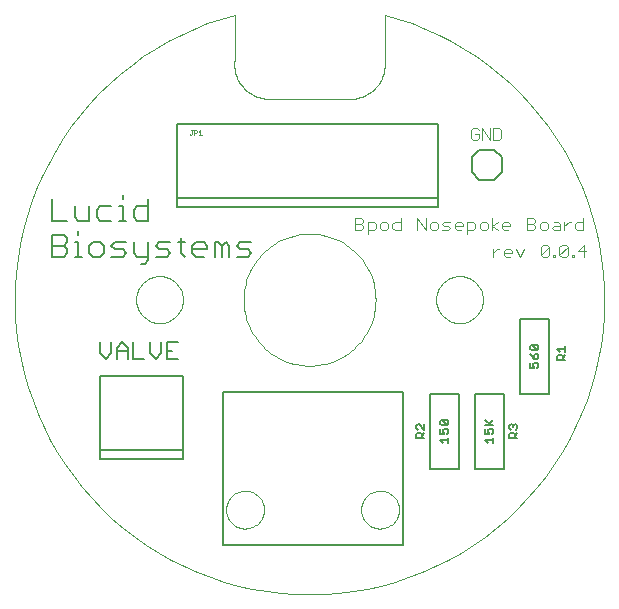
<source format=gto>
G75*
G70*
%OFA0B0*%
%FSLAX24Y24*%
%IPPOS*%
%LPD*%
%AMOC8*
5,1,8,0,0,1.08239X$1,22.5*
%
%ADD10C,0.0010*%
%ADD11C,0.0040*%
%ADD12C,0.0060*%
%ADD13C,0.0000*%
%ADD14C,0.0080*%
%ADD15C,0.0050*%
%ADD16C,0.0030*%
D10*
X004154Y011402D02*
X004156Y011458D01*
X004162Y011513D01*
X004172Y011568D01*
X004186Y011622D01*
X004203Y011675D01*
X004224Y011726D01*
X004249Y011776D01*
X004278Y011824D01*
X004310Y011869D01*
X004345Y011913D01*
X004382Y011954D01*
X004423Y011991D01*
X004467Y012026D01*
X004512Y012058D01*
X004560Y012087D01*
X004610Y012112D01*
X004661Y012133D01*
X004714Y012150D01*
X004768Y012164D01*
X004823Y012174D01*
X004878Y012180D01*
X004934Y012182D01*
X004990Y012180D01*
X005045Y012174D01*
X005100Y012164D01*
X005154Y012150D01*
X005207Y012133D01*
X005258Y012112D01*
X005308Y012087D01*
X005356Y012058D01*
X005401Y012026D01*
X005445Y011991D01*
X005486Y011954D01*
X005523Y011913D01*
X005558Y011869D01*
X005590Y011824D01*
X005619Y011776D01*
X005644Y011726D01*
X005665Y011675D01*
X005682Y011622D01*
X005696Y011568D01*
X005706Y011513D01*
X005712Y011458D01*
X005714Y011402D01*
X005712Y011346D01*
X005706Y011291D01*
X005696Y011236D01*
X005682Y011182D01*
X005665Y011129D01*
X005644Y011078D01*
X005619Y011028D01*
X005590Y010980D01*
X005558Y010935D01*
X005523Y010891D01*
X005486Y010850D01*
X005445Y010813D01*
X005401Y010778D01*
X005356Y010746D01*
X005308Y010717D01*
X005258Y010692D01*
X005207Y010671D01*
X005154Y010654D01*
X005100Y010640D01*
X005045Y010630D01*
X004990Y010624D01*
X004934Y010622D01*
X004878Y010624D01*
X004823Y010630D01*
X004768Y010640D01*
X004714Y010654D01*
X004661Y010671D01*
X004610Y010692D01*
X004560Y010717D01*
X004512Y010746D01*
X004467Y010778D01*
X004423Y010813D01*
X004382Y010850D01*
X004345Y010891D01*
X004310Y010935D01*
X004278Y010980D01*
X004249Y011028D01*
X004224Y011078D01*
X004203Y011129D01*
X004186Y011182D01*
X004172Y011236D01*
X004162Y011291D01*
X004156Y011346D01*
X004154Y011402D01*
X005964Y016907D02*
X005939Y016932D01*
X005964Y016907D02*
X005989Y016907D01*
X006014Y016932D01*
X006014Y017057D01*
X005989Y017057D02*
X006039Y017057D01*
X006087Y017057D02*
X006162Y017057D01*
X006187Y017032D01*
X006187Y016982D01*
X006162Y016957D01*
X006087Y016957D01*
X006087Y016907D02*
X006087Y017057D01*
X006234Y017007D02*
X006284Y017057D01*
X006284Y016907D01*
X006234Y016907D02*
X006334Y016907D01*
X008434Y018102D02*
X011434Y018102D01*
X011498Y018112D01*
X011562Y018126D01*
X011625Y018143D01*
X011686Y018164D01*
X011747Y018188D01*
X011806Y018216D01*
X011863Y018247D01*
X011918Y018281D01*
X011972Y018318D01*
X012023Y018358D01*
X012072Y018401D01*
X012118Y018446D01*
X012162Y018494D01*
X012203Y018545D01*
X012242Y018597D01*
X012277Y018652D01*
X012309Y018709D01*
X012338Y018767D01*
X012363Y018827D01*
X012385Y018888D01*
X012404Y018950D01*
X012419Y019014D01*
X012431Y019078D01*
X012439Y019142D01*
X012443Y019207D01*
X012444Y019272D01*
X012441Y019337D01*
X012434Y019402D01*
X012434Y020902D01*
X008434Y018102D02*
X008370Y018112D01*
X008306Y018126D01*
X008243Y018143D01*
X008182Y018164D01*
X008121Y018188D01*
X008062Y018216D01*
X008005Y018247D01*
X007950Y018281D01*
X007896Y018318D01*
X007845Y018358D01*
X007796Y018401D01*
X007750Y018446D01*
X007706Y018494D01*
X007665Y018545D01*
X007626Y018597D01*
X007591Y018652D01*
X007559Y018709D01*
X007530Y018767D01*
X007505Y018827D01*
X007483Y018888D01*
X007464Y018950D01*
X007449Y019014D01*
X007437Y019078D01*
X007429Y019142D01*
X007425Y019207D01*
X007424Y019272D01*
X007427Y019337D01*
X007434Y019402D01*
X007434Y020902D01*
X007734Y011402D02*
X007737Y011510D01*
X007745Y011618D01*
X007758Y011725D01*
X007776Y011831D01*
X007800Y011937D01*
X007829Y012041D01*
X007863Y012143D01*
X007901Y012244D01*
X007945Y012343D01*
X007994Y012439D01*
X008047Y012533D01*
X008105Y012624D01*
X008167Y012713D01*
X008233Y012798D01*
X008304Y012879D01*
X008378Y012958D01*
X008457Y013032D01*
X008538Y013103D01*
X008623Y013169D01*
X008712Y013231D01*
X008803Y013289D01*
X008897Y013342D01*
X008993Y013391D01*
X009092Y013435D01*
X009193Y013473D01*
X009295Y013507D01*
X009399Y013536D01*
X009505Y013560D01*
X009611Y013578D01*
X009718Y013591D01*
X009826Y013599D01*
X009934Y013602D01*
X010042Y013599D01*
X010150Y013591D01*
X010257Y013578D01*
X010363Y013560D01*
X010469Y013536D01*
X010573Y013507D01*
X010675Y013473D01*
X010776Y013435D01*
X010875Y013391D01*
X010971Y013342D01*
X011065Y013289D01*
X011156Y013231D01*
X011245Y013169D01*
X011330Y013103D01*
X011411Y013032D01*
X011490Y012958D01*
X011564Y012879D01*
X011635Y012798D01*
X011701Y012713D01*
X011763Y012624D01*
X011821Y012533D01*
X011874Y012439D01*
X011923Y012343D01*
X011967Y012244D01*
X012005Y012143D01*
X012039Y012041D01*
X012068Y011937D01*
X012092Y011831D01*
X012110Y011725D01*
X012123Y011618D01*
X012131Y011510D01*
X012134Y011402D01*
X012131Y011294D01*
X012123Y011186D01*
X012110Y011079D01*
X012092Y010973D01*
X012068Y010867D01*
X012039Y010763D01*
X012005Y010661D01*
X011967Y010560D01*
X011923Y010461D01*
X011874Y010365D01*
X011821Y010271D01*
X011763Y010180D01*
X011701Y010091D01*
X011635Y010006D01*
X011564Y009925D01*
X011490Y009846D01*
X011411Y009772D01*
X011330Y009701D01*
X011245Y009635D01*
X011156Y009573D01*
X011065Y009515D01*
X010971Y009462D01*
X010875Y009413D01*
X010776Y009369D01*
X010675Y009331D01*
X010573Y009297D01*
X010469Y009268D01*
X010363Y009244D01*
X010257Y009226D01*
X010150Y009213D01*
X010042Y009205D01*
X009934Y009202D01*
X009826Y009205D01*
X009718Y009213D01*
X009611Y009226D01*
X009505Y009244D01*
X009399Y009268D01*
X009295Y009297D01*
X009193Y009331D01*
X009092Y009369D01*
X008993Y009413D01*
X008897Y009462D01*
X008803Y009515D01*
X008712Y009573D01*
X008623Y009635D01*
X008538Y009701D01*
X008457Y009772D01*
X008378Y009846D01*
X008304Y009925D01*
X008233Y010006D01*
X008167Y010091D01*
X008105Y010180D01*
X008047Y010271D01*
X007994Y010365D01*
X007945Y010461D01*
X007901Y010560D01*
X007863Y010661D01*
X007829Y010763D01*
X007800Y010867D01*
X007776Y010973D01*
X007758Y011079D01*
X007745Y011186D01*
X007737Y011294D01*
X007734Y011402D01*
X007434Y020902D02*
X006973Y020768D01*
X006519Y020612D01*
X006073Y020434D01*
X005636Y020235D01*
X005210Y020014D01*
X004794Y019773D01*
X004391Y019512D01*
X004002Y019231D01*
X003626Y018932D01*
X003266Y018615D01*
X002921Y018280D01*
X002594Y017930D01*
X002283Y017563D01*
X001991Y017182D01*
X001718Y016787D01*
X001465Y016379D01*
X001232Y015959D01*
X001020Y015528D01*
X000829Y015088D01*
X000659Y014639D01*
X000512Y014181D01*
X000388Y013718D01*
X000286Y013248D01*
X000207Y012775D01*
X000152Y012298D01*
X000120Y011819D01*
X000111Y011339D01*
X000126Y010859D01*
X000164Y010380D01*
X000226Y009904D01*
X000311Y009431D01*
X000419Y008963D01*
X000549Y008501D01*
X000702Y008046D01*
X000877Y007599D01*
X001074Y007161D01*
X001291Y006733D01*
X001530Y006316D01*
X001789Y005912D01*
X002067Y005520D01*
X002363Y005143D01*
X002678Y004780D01*
X003011Y004434D01*
X003359Y004104D01*
X003724Y003791D01*
X004103Y003497D01*
X004496Y003221D01*
X004903Y002965D01*
X005321Y002730D01*
X005750Y002515D01*
X006190Y002321D01*
X006638Y002149D01*
X007094Y001999D01*
X007557Y001871D01*
X008025Y001766D01*
X008499Y001684D01*
X008975Y001626D01*
X009454Y001591D01*
X009934Y001579D01*
X010414Y001591D01*
X010893Y001626D01*
X011369Y001684D01*
X011843Y001766D01*
X012311Y001871D01*
X012774Y001999D01*
X013230Y002149D01*
X013678Y002321D01*
X014118Y002515D01*
X014547Y002730D01*
X014965Y002965D01*
X015372Y003221D01*
X015765Y003497D01*
X016144Y003791D01*
X016509Y004104D01*
X016857Y004434D01*
X017190Y004780D01*
X017505Y005143D01*
X017801Y005520D01*
X018079Y005912D01*
X018338Y006316D01*
X018577Y006733D01*
X018794Y007161D01*
X018991Y007599D01*
X019166Y008046D01*
X019319Y008501D01*
X019449Y008963D01*
X019557Y009431D01*
X019642Y009904D01*
X019704Y010380D01*
X019742Y010859D01*
X019757Y011339D01*
X019748Y011819D01*
X019716Y012298D01*
X019661Y012775D01*
X019582Y013248D01*
X019480Y013718D01*
X019356Y014181D01*
X019209Y014639D01*
X019039Y015088D01*
X018848Y015528D01*
X018636Y015959D01*
X018403Y016379D01*
X018150Y016787D01*
X017877Y017182D01*
X017585Y017563D01*
X017274Y017930D01*
X016947Y018280D01*
X016602Y018615D01*
X016242Y018932D01*
X015866Y019231D01*
X015477Y019512D01*
X015074Y019773D01*
X014658Y020014D01*
X014232Y020235D01*
X013795Y020434D01*
X013349Y020612D01*
X012895Y020768D01*
X012434Y020902D01*
X014154Y011402D02*
X014156Y011458D01*
X014162Y011513D01*
X014172Y011568D01*
X014186Y011622D01*
X014203Y011675D01*
X014224Y011726D01*
X014249Y011776D01*
X014278Y011824D01*
X014310Y011869D01*
X014345Y011913D01*
X014382Y011954D01*
X014423Y011991D01*
X014467Y012026D01*
X014512Y012058D01*
X014560Y012087D01*
X014610Y012112D01*
X014661Y012133D01*
X014714Y012150D01*
X014768Y012164D01*
X014823Y012174D01*
X014878Y012180D01*
X014934Y012182D01*
X014990Y012180D01*
X015045Y012174D01*
X015100Y012164D01*
X015154Y012150D01*
X015207Y012133D01*
X015258Y012112D01*
X015308Y012087D01*
X015356Y012058D01*
X015401Y012026D01*
X015445Y011991D01*
X015486Y011954D01*
X015523Y011913D01*
X015558Y011869D01*
X015590Y011824D01*
X015619Y011776D01*
X015644Y011726D01*
X015665Y011675D01*
X015682Y011622D01*
X015696Y011568D01*
X015706Y011513D01*
X015712Y011458D01*
X015714Y011402D01*
X015712Y011346D01*
X015706Y011291D01*
X015696Y011236D01*
X015682Y011182D01*
X015665Y011129D01*
X015644Y011078D01*
X015619Y011028D01*
X015590Y010980D01*
X015558Y010935D01*
X015523Y010891D01*
X015486Y010850D01*
X015445Y010813D01*
X015401Y010778D01*
X015356Y010746D01*
X015308Y010717D01*
X015258Y010692D01*
X015207Y010671D01*
X015154Y010654D01*
X015100Y010640D01*
X015045Y010630D01*
X014990Y010624D01*
X014934Y010622D01*
X014878Y010624D01*
X014823Y010630D01*
X014768Y010640D01*
X014714Y010654D01*
X014661Y010671D01*
X014610Y010692D01*
X014560Y010717D01*
X014512Y010746D01*
X014467Y010778D01*
X014423Y010813D01*
X014382Y010850D01*
X014345Y010891D01*
X014310Y010935D01*
X014278Y010980D01*
X014249Y011028D01*
X014224Y011078D01*
X014203Y011129D01*
X014186Y011182D01*
X014172Y011236D01*
X014162Y011291D01*
X014156Y011346D01*
X014154Y011402D01*
D11*
X016054Y012822D02*
X016054Y013096D01*
X016054Y012959D02*
X016191Y013096D01*
X016259Y013096D01*
X016400Y013028D02*
X016400Y012891D01*
X016468Y012822D01*
X016605Y012822D01*
X016673Y012959D02*
X016400Y012959D01*
X016400Y013028D02*
X016468Y013096D01*
X016605Y013096D01*
X016673Y013028D01*
X016673Y012959D01*
X016814Y013096D02*
X016951Y012822D01*
X017087Y013096D01*
X017643Y013164D02*
X017643Y012891D01*
X017916Y013164D01*
X017916Y012891D01*
X017848Y012822D01*
X017711Y012822D01*
X017643Y012891D01*
X017643Y013164D02*
X017711Y013233D01*
X017848Y013233D01*
X017916Y013164D01*
X018057Y012891D02*
X018125Y012891D01*
X018125Y012822D01*
X018057Y012822D01*
X018057Y012891D01*
X018264Y012891D02*
X018264Y013164D01*
X018332Y013233D01*
X018469Y013233D01*
X018538Y013164D01*
X018264Y012891D01*
X018332Y012822D01*
X018469Y012822D01*
X018538Y012891D01*
X018538Y013164D01*
X018678Y012891D02*
X018747Y012891D01*
X018747Y012822D01*
X018678Y012822D01*
X018678Y012891D01*
X018886Y013028D02*
X019159Y013028D01*
X019091Y013233D02*
X018886Y013028D01*
X019091Y013233D02*
X019091Y012822D01*
X019048Y013722D02*
X018843Y013722D01*
X018774Y013791D01*
X018774Y013928D01*
X018843Y013996D01*
X019048Y013996D01*
X019048Y014133D02*
X019048Y013722D01*
X018634Y013996D02*
X018566Y013996D01*
X018429Y013859D01*
X018429Y013722D02*
X018429Y013996D01*
X018288Y013928D02*
X018288Y013722D01*
X018083Y013722D01*
X018015Y013791D01*
X018083Y013859D01*
X018288Y013859D01*
X018288Y013928D02*
X018220Y013996D01*
X018083Y013996D01*
X017874Y013928D02*
X017874Y013791D01*
X017805Y013722D01*
X017669Y013722D01*
X017600Y013791D01*
X017600Y013928D01*
X017669Y013996D01*
X017805Y013996D01*
X017874Y013928D01*
X017459Y013996D02*
X017391Y013928D01*
X017186Y013928D01*
X017186Y014133D02*
X017186Y013722D01*
X017391Y013722D01*
X017459Y013791D01*
X017459Y013859D01*
X017391Y013928D01*
X017459Y013996D02*
X017459Y014064D01*
X017391Y014133D01*
X017186Y014133D01*
X016631Y013928D02*
X016631Y013859D01*
X016357Y013859D01*
X016357Y013791D02*
X016357Y013928D01*
X016426Y013996D01*
X016562Y013996D01*
X016631Y013928D01*
X016562Y013722D02*
X016426Y013722D01*
X016357Y013791D01*
X016217Y013722D02*
X016012Y013859D01*
X016217Y013996D01*
X016012Y014133D02*
X016012Y013722D01*
X015871Y013791D02*
X015871Y013928D01*
X015803Y013996D01*
X015666Y013996D01*
X015598Y013928D01*
X015598Y013791D01*
X015666Y013722D01*
X015803Y013722D01*
X015871Y013791D01*
X015457Y013791D02*
X015388Y013722D01*
X015183Y013722D01*
X015183Y013586D02*
X015183Y013996D01*
X015388Y013996D01*
X015457Y013928D01*
X015457Y013791D01*
X015043Y013859D02*
X014769Y013859D01*
X014769Y013791D02*
X014769Y013928D01*
X014837Y013996D01*
X014974Y013996D01*
X015043Y013928D01*
X015043Y013859D01*
X014974Y013722D02*
X014837Y013722D01*
X014769Y013791D01*
X014628Y013791D02*
X014560Y013859D01*
X014423Y013859D01*
X014355Y013928D01*
X014423Y013996D01*
X014628Y013996D01*
X014628Y013791D02*
X014560Y013722D01*
X014355Y013722D01*
X014214Y013791D02*
X014214Y013928D01*
X014145Y013996D01*
X014009Y013996D01*
X013940Y013928D01*
X013940Y013791D01*
X014009Y013722D01*
X014145Y013722D01*
X014214Y013791D01*
X013800Y013722D02*
X013800Y014133D01*
X013526Y014133D02*
X013800Y013722D01*
X013526Y013722D02*
X013526Y014133D01*
X012971Y014133D02*
X012971Y013722D01*
X012766Y013722D01*
X012697Y013791D01*
X012697Y013928D01*
X012766Y013996D01*
X012971Y013996D01*
X012557Y013928D02*
X012557Y013791D01*
X012488Y013722D01*
X012351Y013722D01*
X012283Y013791D01*
X012283Y013928D01*
X012351Y013996D01*
X012488Y013996D01*
X012557Y013928D01*
X012142Y013928D02*
X012142Y013791D01*
X012074Y013722D01*
X011869Y013722D01*
X011869Y013586D02*
X011869Y013996D01*
X012074Y013996D01*
X012142Y013928D01*
X011728Y013996D02*
X011659Y013928D01*
X011454Y013928D01*
X011454Y014133D02*
X011454Y013722D01*
X011659Y013722D01*
X011728Y013791D01*
X011728Y013859D01*
X011659Y013928D01*
X011728Y013996D02*
X011728Y014064D01*
X011659Y014133D01*
X011454Y014133D01*
D12*
X007996Y013326D02*
X007626Y013326D01*
X007503Y013203D01*
X007626Y013079D01*
X007873Y013079D01*
X007996Y012956D01*
X007873Y012832D01*
X007503Y012832D01*
X007260Y012832D02*
X007260Y013203D01*
X007136Y013326D01*
X007013Y013203D01*
X007013Y012832D01*
X006766Y012832D02*
X006766Y013326D01*
X006890Y013326D01*
X007013Y013203D01*
X006523Y013203D02*
X006523Y013079D01*
X006030Y013079D01*
X006030Y012956D02*
X006030Y013203D01*
X006153Y013326D01*
X006400Y013326D01*
X006523Y013203D01*
X006400Y012832D02*
X006153Y012832D01*
X006030Y012956D01*
X005785Y012832D02*
X005662Y012956D01*
X005662Y013450D01*
X005785Y013326D02*
X005538Y013326D01*
X005296Y013326D02*
X004925Y013326D01*
X004802Y013203D01*
X004925Y013079D01*
X005172Y013079D01*
X005296Y012956D01*
X005172Y012832D01*
X004802Y012832D01*
X004559Y012832D02*
X004189Y012832D01*
X004065Y012956D01*
X004065Y013326D01*
X003822Y013326D02*
X003452Y013326D01*
X003329Y013203D01*
X003452Y013079D01*
X003699Y013079D01*
X003822Y012956D01*
X003699Y012832D01*
X003329Y012832D01*
X003086Y012956D02*
X003086Y013203D01*
X002962Y013326D01*
X002715Y013326D01*
X002592Y013203D01*
X002592Y012956D01*
X002715Y012832D01*
X002962Y012832D01*
X003086Y012956D01*
X002348Y012832D02*
X002101Y012832D01*
X002224Y012832D02*
X002224Y013326D01*
X002101Y013326D01*
X001858Y013326D02*
X001858Y013450D01*
X001735Y013573D01*
X001364Y013573D01*
X001364Y012832D01*
X001735Y012832D01*
X001858Y012956D01*
X001858Y013079D01*
X001735Y013203D01*
X001364Y013203D01*
X001735Y013203D02*
X001858Y013326D01*
X002224Y013573D02*
X002224Y013696D01*
X002224Y014032D02*
X002595Y014032D01*
X002595Y014526D01*
X002838Y014403D02*
X002838Y014156D01*
X002961Y014032D01*
X003331Y014032D01*
X003574Y014032D02*
X003821Y014032D01*
X003698Y014032D02*
X003698Y014526D01*
X003574Y014526D01*
X003331Y014526D02*
X002961Y014526D01*
X002838Y014403D01*
X002224Y014032D02*
X002101Y014156D01*
X002101Y014526D01*
X001858Y014032D02*
X001364Y014032D01*
X001364Y014773D01*
X003698Y014773D02*
X003698Y014896D01*
X004065Y014403D02*
X004189Y014526D01*
X004559Y014526D01*
X004559Y014773D02*
X004559Y014032D01*
X004189Y014032D01*
X004065Y014156D01*
X004065Y014403D01*
X004559Y013326D02*
X004559Y012709D01*
X004436Y012586D01*
X004312Y012586D01*
D13*
X007154Y004402D02*
X007156Y004452D01*
X007162Y004502D01*
X007172Y004551D01*
X007186Y004599D01*
X007203Y004646D01*
X007224Y004691D01*
X007249Y004735D01*
X007277Y004776D01*
X007309Y004815D01*
X007343Y004852D01*
X007380Y004886D01*
X007420Y004916D01*
X007462Y004943D01*
X007506Y004967D01*
X007552Y004988D01*
X007599Y005004D01*
X007647Y005017D01*
X007697Y005026D01*
X007746Y005031D01*
X007797Y005032D01*
X007847Y005029D01*
X007896Y005022D01*
X007945Y005011D01*
X007993Y004996D01*
X008039Y004978D01*
X008084Y004956D01*
X008127Y004930D01*
X008168Y004901D01*
X008207Y004869D01*
X008243Y004834D01*
X008275Y004796D01*
X008305Y004756D01*
X008332Y004713D01*
X008355Y004669D01*
X008374Y004623D01*
X008390Y004575D01*
X008402Y004526D01*
X008410Y004477D01*
X008414Y004427D01*
X008414Y004377D01*
X008410Y004327D01*
X008402Y004278D01*
X008390Y004229D01*
X008374Y004181D01*
X008355Y004135D01*
X008332Y004091D01*
X008305Y004048D01*
X008275Y004008D01*
X008243Y003970D01*
X008207Y003935D01*
X008168Y003903D01*
X008127Y003874D01*
X008084Y003848D01*
X008039Y003826D01*
X007993Y003808D01*
X007945Y003793D01*
X007896Y003782D01*
X007847Y003775D01*
X007797Y003772D01*
X007746Y003773D01*
X007697Y003778D01*
X007647Y003787D01*
X007599Y003800D01*
X007552Y003816D01*
X007506Y003837D01*
X007462Y003861D01*
X007420Y003888D01*
X007380Y003918D01*
X007343Y003952D01*
X007309Y003989D01*
X007277Y004028D01*
X007249Y004069D01*
X007224Y004113D01*
X007203Y004158D01*
X007186Y004205D01*
X007172Y004253D01*
X007162Y004302D01*
X007156Y004352D01*
X007154Y004402D01*
X011654Y004402D02*
X011656Y004452D01*
X011662Y004502D01*
X011672Y004551D01*
X011686Y004599D01*
X011703Y004646D01*
X011724Y004691D01*
X011749Y004735D01*
X011777Y004776D01*
X011809Y004815D01*
X011843Y004852D01*
X011880Y004886D01*
X011920Y004916D01*
X011962Y004943D01*
X012006Y004967D01*
X012052Y004988D01*
X012099Y005004D01*
X012147Y005017D01*
X012197Y005026D01*
X012246Y005031D01*
X012297Y005032D01*
X012347Y005029D01*
X012396Y005022D01*
X012445Y005011D01*
X012493Y004996D01*
X012539Y004978D01*
X012584Y004956D01*
X012627Y004930D01*
X012668Y004901D01*
X012707Y004869D01*
X012743Y004834D01*
X012775Y004796D01*
X012805Y004756D01*
X012832Y004713D01*
X012855Y004669D01*
X012874Y004623D01*
X012890Y004575D01*
X012902Y004526D01*
X012910Y004477D01*
X012914Y004427D01*
X012914Y004377D01*
X012910Y004327D01*
X012902Y004278D01*
X012890Y004229D01*
X012874Y004181D01*
X012855Y004135D01*
X012832Y004091D01*
X012805Y004048D01*
X012775Y004008D01*
X012743Y003970D01*
X012707Y003935D01*
X012668Y003903D01*
X012627Y003874D01*
X012584Y003848D01*
X012539Y003826D01*
X012493Y003808D01*
X012445Y003793D01*
X012396Y003782D01*
X012347Y003775D01*
X012297Y003772D01*
X012246Y003773D01*
X012197Y003778D01*
X012147Y003787D01*
X012099Y003800D01*
X012052Y003816D01*
X012006Y003837D01*
X011962Y003861D01*
X011920Y003888D01*
X011880Y003918D01*
X011843Y003952D01*
X011809Y003989D01*
X011777Y004028D01*
X011749Y004069D01*
X011724Y004113D01*
X011703Y004158D01*
X011686Y004205D01*
X011672Y004253D01*
X011662Y004302D01*
X011656Y004352D01*
X011654Y004402D01*
D14*
X002945Y006085D02*
X002945Y006400D01*
X005701Y006400D01*
X005701Y006085D01*
X002945Y006085D01*
X002945Y006400D02*
X002945Y008841D01*
X005701Y008841D01*
X005701Y006400D01*
X007034Y008339D02*
X007034Y003221D01*
X013034Y003221D01*
X013034Y008339D01*
X007034Y008339D01*
X005529Y014485D02*
X005529Y014800D01*
X014214Y014800D01*
X014214Y014485D01*
X005529Y014485D01*
X005529Y014800D02*
X005529Y017241D01*
X014214Y017241D01*
X014214Y014800D01*
X015334Y015652D02*
X015334Y016152D01*
X015584Y016402D01*
X016084Y016402D01*
X016334Y016152D01*
X016334Y015652D01*
X016084Y015402D01*
X015584Y015402D01*
X015334Y015652D01*
X016962Y010743D02*
X017907Y010743D01*
X017907Y008262D01*
X016962Y008262D01*
X016962Y010743D01*
X016407Y008243D02*
X015462Y008243D01*
X015462Y005762D01*
X016407Y005762D01*
X016407Y008243D01*
X014907Y008243D02*
X014907Y005762D01*
X013962Y005762D01*
X013962Y008243D01*
X014907Y008243D01*
D15*
X014514Y007397D02*
X014334Y007397D01*
X014514Y007217D01*
X014559Y007262D01*
X014559Y007352D01*
X014514Y007397D01*
X014334Y007397D02*
X014289Y007352D01*
X014289Y007262D01*
X014334Y007217D01*
X014514Y007217D01*
X014514Y007102D02*
X014424Y007102D01*
X014379Y007057D01*
X014379Y007012D01*
X014424Y006922D01*
X014289Y006922D01*
X014289Y007102D01*
X014514Y007102D02*
X014559Y007057D01*
X014559Y006967D01*
X014514Y006922D01*
X014559Y006807D02*
X014559Y006627D01*
X014559Y006717D02*
X014289Y006717D01*
X014379Y006627D01*
X013759Y006777D02*
X013489Y006777D01*
X013489Y006912D01*
X013534Y006957D01*
X013624Y006957D01*
X013669Y006912D01*
X013669Y006777D01*
X013669Y006867D02*
X013759Y006957D01*
X013759Y007072D02*
X013579Y007252D01*
X013534Y007252D01*
X013489Y007207D01*
X013489Y007117D01*
X013534Y007072D01*
X013759Y007072D02*
X013759Y007252D01*
X015789Y007217D02*
X016059Y007217D01*
X015969Y007217D02*
X015789Y007397D01*
X015924Y007262D02*
X016059Y007397D01*
X016014Y007102D02*
X016059Y007057D01*
X016059Y006967D01*
X016014Y006922D01*
X015924Y006922D02*
X015879Y007012D01*
X015879Y007057D01*
X015924Y007102D01*
X016014Y007102D01*
X015924Y006922D02*
X015789Y006922D01*
X015789Y007102D01*
X016059Y006807D02*
X016059Y006627D01*
X016059Y006717D02*
X015789Y006717D01*
X015879Y006627D01*
X016589Y006777D02*
X016589Y006912D01*
X016634Y006957D01*
X016724Y006957D01*
X016769Y006912D01*
X016769Y006777D01*
X016859Y006777D02*
X016589Y006777D01*
X016769Y006867D02*
X016859Y006957D01*
X016814Y007072D02*
X016859Y007117D01*
X016859Y007207D01*
X016814Y007252D01*
X016769Y007252D01*
X016724Y007207D01*
X016724Y007162D01*
X016724Y007207D02*
X016679Y007252D01*
X016634Y007252D01*
X016589Y007207D01*
X016589Y007117D01*
X016634Y007072D01*
X017289Y009127D02*
X017424Y009127D01*
X017379Y009217D01*
X017379Y009262D01*
X017424Y009307D01*
X017514Y009307D01*
X017559Y009262D01*
X017559Y009172D01*
X017514Y009127D01*
X017289Y009127D02*
X017289Y009307D01*
X017424Y009422D02*
X017424Y009557D01*
X017469Y009602D01*
X017514Y009602D01*
X017559Y009557D01*
X017559Y009467D01*
X017514Y009422D01*
X017424Y009422D01*
X017334Y009512D01*
X017289Y009602D01*
X017334Y009717D02*
X017289Y009762D01*
X017289Y009852D01*
X017334Y009897D01*
X017514Y009717D01*
X017559Y009762D01*
X017559Y009852D01*
X017514Y009897D01*
X017334Y009897D01*
X017334Y009717D02*
X017514Y009717D01*
X018189Y009762D02*
X018459Y009762D01*
X018459Y009672D02*
X018459Y009852D01*
X018279Y009672D02*
X018189Y009762D01*
X018234Y009557D02*
X018324Y009557D01*
X018369Y009512D01*
X018369Y009377D01*
X018459Y009377D02*
X018189Y009377D01*
X018189Y009512D01*
X018234Y009557D01*
X018369Y009467D02*
X018459Y009557D01*
X005536Y009427D02*
X005169Y009427D01*
X005169Y009978D01*
X005536Y009978D01*
X005353Y009703D02*
X005169Y009703D01*
X004984Y009611D02*
X004984Y009978D01*
X004984Y009611D02*
X004800Y009427D01*
X004617Y009611D01*
X004617Y009978D01*
X004064Y009978D02*
X004064Y009427D01*
X004431Y009427D01*
X003879Y009427D02*
X003879Y009794D01*
X003695Y009978D01*
X003512Y009794D01*
X003512Y009427D01*
X003326Y009611D02*
X003326Y009978D01*
X003512Y009703D02*
X003879Y009703D01*
X003326Y009611D02*
X003143Y009427D01*
X002959Y009611D01*
X002959Y009978D01*
D16*
X015319Y016799D02*
X015381Y016737D01*
X015504Y016737D01*
X015566Y016799D01*
X015566Y016923D01*
X015443Y016923D01*
X015566Y017046D02*
X015504Y017108D01*
X015381Y017108D01*
X015319Y017046D01*
X015319Y016799D01*
X015688Y016737D02*
X015688Y017108D01*
X015934Y016737D01*
X015934Y017108D01*
X016056Y017108D02*
X016241Y017108D01*
X016303Y017046D01*
X016303Y016799D01*
X016241Y016737D01*
X016056Y016737D01*
X016056Y017108D01*
M02*

</source>
